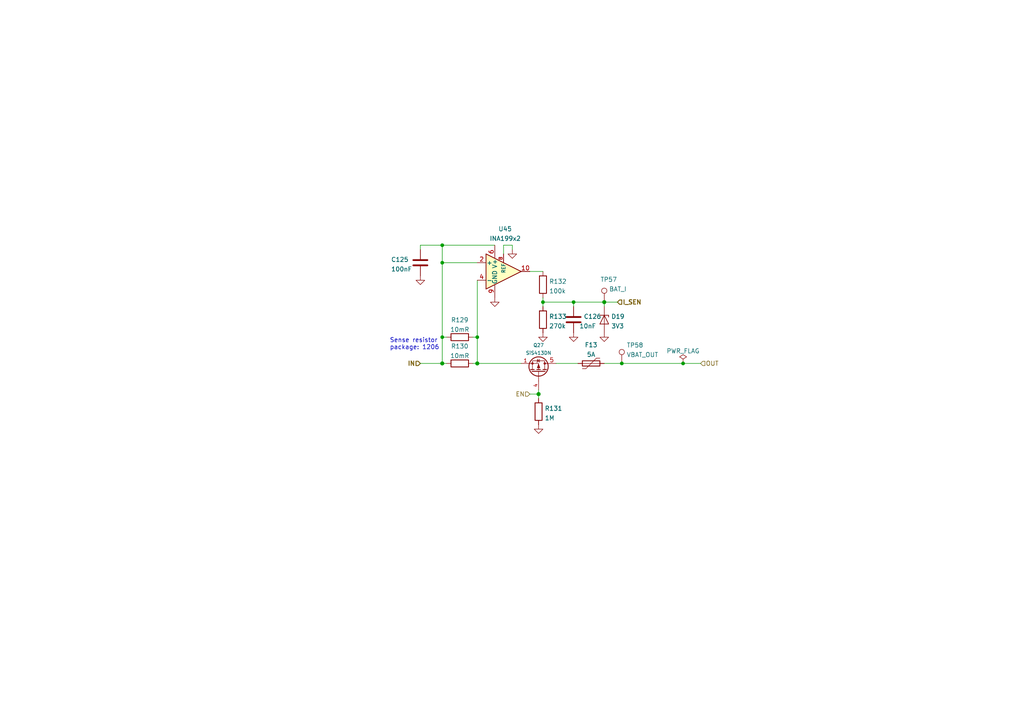
<source format=kicad_sch>
(kicad_sch (version 20210621) (generator eeschema)
  (paper "A4")
  (title_block (title "BUTCube - EPS") (date "2021-06-01") (rev "v1.0") (company "VUT - FIT(STRaDe) & FME(IAE & IPE)") (comment 1 "Author: Petr Malaník"))
  (lib_symbols
    (symbol "Connector:TestPoint" (pin_numbers hide) (pin_names (offset 0.762) hide)
      (property "Reference" "TP" (at 0 6.858 0))
      (property "Value" "TestPoint" (at 0 5.08 0))
      (symbol "TestPoint_0_1"
        (circle (center 0 3.302) (radius 0.762))
      )
      (symbol "TestPoint_1_1"
        (pin passive line (at 0 0 90) (length 2.54) (name "1") (number "1"))
      )
    )
    (symbol "Device:C" (pin_numbers hide) (pin_names (offset 0.254))
      (property "Reference" "C" (at 0.635 2.54 0))
      (property "Value" "C" (at 0.635 -2.54 0))
      (symbol "C_0_1"
        (polyline (pts (xy -2.032 -0.762) (xy 2.032 -0.762)) (stroke (width 0.508)))
        (polyline (pts (xy -2.032 0.762) (xy 2.032 0.762)) (stroke (width 0.508)))
      )
      (symbol "C_1_1"
        (pin passive line (at 0 3.81 270) (length 2.794) (name "~") (number "1"))
        (pin passive line (at 0 -3.81 90) (length 2.794) (name "~") (number "2"))
      )
    )
    (symbol "Device:D_Zener" (pin_numbers hide) (pin_names (offset 1.016) hide)
      (property "Reference" "D" (at 0 2.54 0))
      (property "Value" "D_Zener" (at 0 -2.54 0))
      (symbol "D_Zener_0_1"
        (polyline (pts (xy 1.27 0) (xy -1.27 0)))
        (polyline (pts (xy -1.27 -1.27) (xy -1.27 1.27) (xy -0.762 1.27)) (stroke (width 0.2032)))
        (polyline (pts (xy 1.27 -1.27) (xy 1.27 1.27) (xy -1.27 0) (xy 1.27 -1.27)) (stroke (width 0.2032)))
      )
      (symbol "D_Zener_1_1"
        (pin passive line (at -3.81 0 0) (length 2.54) (name "K") (number "1"))
        (pin passive line (at 3.81 0 180) (length 2.54) (name "A") (number "2"))
      )
    )
    (symbol "Device:Polyfuse" (pin_numbers hide) (pin_names (offset 0))
      (property "Reference" "F" (at -2.54 0 90))
      (property "Value" "Polyfuse" (at 2.54 0 90))
      (symbol "Polyfuse_0_1"
        (rectangle (start -0.762 2.54) (end 0.762 -2.54) (stroke (width 0.254)))
        (polyline (pts (xy 0 2.54) (xy 0 -2.54)))
        (polyline (pts (xy -1.524 2.54) (xy -1.524 1.524) (xy 1.524 -1.524) (xy 1.524 -2.54)))
      )
      (symbol "Polyfuse_1_1"
        (pin passive line (at 0 3.81 270) (length 1.27) (name "~") (number "1"))
        (pin passive line (at 0 -3.81 90) (length 1.27) (name "~") (number "2"))
      )
    )
    (symbol "Device:R" (pin_numbers hide) (pin_names (offset 0))
      (property "Reference" "R" (at 2.032 0 90))
      (property "Value" "R" (at 0 0 90))
      (symbol "R_0_1"
        (rectangle (start -1.016 -2.54) (end 1.016 2.54) (stroke (width 0.254)))
      )
      (symbol "R_1_1"
        (pin passive line (at 0 3.81 270) (length 1.27) (name "~") (number "1"))
        (pin passive line (at 0 -3.81 90) (length 1.27) (name "~") (number "2"))
      )
    )
    (symbol "TCY_power_management:INA199" (pin_names (offset 0.127))
      (property "Reference" "U" (at 3.81 3.81 0))
      (property "Value" "INA199" (at 3.81 -3.81 0))
      (symbol "INA199_0_1"
        (polyline (pts (xy 5.08 0) (xy -5.08 5.08) (xy -5.08 -5.08) (xy 5.08 0)) (stroke (width 0.254)) (fill (type background)))
      )
      (symbol "INA199_1_1"
        (pin output line (at 7.62 0 180) (length 2.54) (name "~") (number "10"))
        (pin input line (at -7.62 2.54 0) (length 2.54) (name "+") (number "2"))
        (pin input line (at -7.62 2.54 0) (length 2.54) hide (name "+") (number "3"))
        (pin input line (at -7.62 -2.54 0) (length 2.54) (name "-") (number "4"))
        (pin input line (at -7.62 -2.54 0) (length 2.54) hide (name "-") (number "5"))
        (pin power_in line (at -2.54 7.62 270) (length 3.81) (name "V+") (number "6"))
        (pin input line (at 0 5.08 270) (length 2.54) (name "REF") (number "8"))
        (pin power_in line (at -2.54 -7.62 90) (length 3.81) (name "GND") (number "9"))
      )
    )
    (symbol "TCY_transistors:SiS413DN" (pin_names hide)
      (property "Reference" "Q" (at 8.89 2.54 0))
      (property "Value" "SiS413DN" (at 8.89 0 0))
      (symbol "SiS413DN_0_1"
        (circle (center -0.889 0) (radius 2.794) (stroke (width 0.254)))
        (circle (center 0 -1.778) (radius 0.254) (fill (type outline)))
        (circle (center 0 1.778) (radius 0.254) (fill (type outline)))
        (polyline (pts (xy -2.286 0) (xy -5.08 0)))
        (polyline (pts (xy -2.286 1.905) (xy -2.286 -1.905)) (stroke (width 0.254)))
        (polyline (pts (xy -1.778 -1.27) (xy -1.778 -2.286)) (stroke (width 0.254)))
        (polyline (pts (xy -1.778 0.508) (xy -1.778 -0.508)) (stroke (width 0.254)))
        (polyline (pts (xy -1.778 2.286) (xy -1.778 1.27)) (stroke (width 0.254)))
        (polyline (pts (xy 0 2.54) (xy 0 1.778)))
        (polyline (pts (xy 0 -2.54) (xy 0 0) (xy -1.778 0)))
        (polyline (pts (xy -1.778 1.778) (xy 0.762 1.778) (xy 0.762 -1.778) (xy -1.778 -1.778)))
        (polyline (pts (xy 0.254 -0.508) (xy 0.381 -0.381) (xy 1.143 -0.381) (xy 1.27 -0.254)))
        (polyline (pts (xy 0.762 -0.381) (xy 0.381 0.254) (xy 1.143 0.254) (xy 0.762 -0.381)))
        (polyline (pts (xy -0.254 0) (xy -1.27 0.381) (xy -1.27 -0.381) (xy -0.254 0)) (fill (type outline)))
      )
      (symbol "SiS413DN_1_1"
        (pin passive line (at 0 -5.08 90) (length 2.54) (name "S") (number "1"))
        (pin passive line (at 0 -5.08 90) (length 2.54) hide (name "S") (number "2"))
        (pin passive line (at 0 -5.08 90) (length 2.54) hide (name "S") (number "3"))
        (pin passive line (at -7.62 0 0) (length 2.54) (name "G") (number "4"))
        (pin passive line (at 0 5.08 270) (length 2.54) (name "D") (number "5"))
      )
    )
    (symbol "power:GND" (power) (pin_names (offset 0))
      (property "Value" "GND" (at 0 -3.81 0))
      (symbol "GND_0_1"
        (polyline (pts (xy 0 0) (xy 0 -1.27) (xy 1.27 -1.27) (xy 0 -2.54) (xy -1.27 -1.27) (xy 0 -1.27)))
      )
      (symbol "GND_1_1"
        (pin power_in line (at 0 0 270) (length 0) hide (name "GND") (number "1"))
      )
    )
    (symbol "power:PWR_FLAG" (power) (pin_numbers hide) (pin_names (offset 0) hide)
      (property "Value" "PWR_FLAG" (at 0 3.81 0))
      (symbol "PWR_FLAG_0_0"
        (pin power_out line (at 0 0 90) (length 0) (name "pwr") (number "1"))
      )
      (symbol "PWR_FLAG_0_1"
        (polyline (pts (xy 0 0) (xy 0 1.27) (xy -1.016 1.905) (xy 0 2.54) (xy 1.016 1.905) (xy 0 1.27)))
      )
    )
  )
  (junction (at 128.27 71.12) (diameter 0.9144))
  (junction (at 128.27 76.2) (diameter 0.9144))
  (junction (at 128.27 97.79) (diameter 0.9144))
  (junction (at 128.27 105.41) (diameter 1.016))
  (junction (at 138.43 97.79) (diameter 0.9144))
  (junction (at 138.43 105.41) (diameter 1.016))
  (junction (at 156.21 114.3) (diameter 1.016))
  (junction (at 157.48 87.63) (diameter 0.9144))
  (junction (at 166.37 87.63) (diameter 0.9144))
  (junction (at 175.26 87.63) (diameter 1.016))
  (junction (at 180.34 105.41) (diameter 0.9144))
  (junction (at 198.12 105.41) (diameter 0.9144))
  (wire (pts (xy 121.92 71.12) (xy 121.92 72.39)))
  (wire (pts (xy 121.92 71.12) (xy 128.27 71.12)))
  (wire (pts (xy 121.92 105.41) (xy 128.27 105.41)))
  (wire (pts (xy 128.27 71.12) (xy 128.27 76.2)))
  (wire (pts (xy 128.27 71.12) (xy 143.51 71.12)))
  (wire (pts (xy 128.27 76.2) (xy 128.27 97.79)))
  (wire (pts (xy 128.27 76.2) (xy 138.43 76.2)))
  (wire (pts (xy 128.27 97.79) (xy 128.27 105.41)))
  (wire (pts (xy 128.27 97.79) (xy 129.54 97.79)))
  (wire (pts (xy 128.27 105.41) (xy 129.54 105.41)))
  (wire (pts (xy 137.16 97.79) (xy 138.43 97.79)))
  (wire (pts (xy 137.16 105.41) (xy 138.43 105.41)))
  (wire (pts (xy 138.43 81.28) (xy 138.43 97.79)))
  (wire (pts (xy 138.43 97.79) (xy 138.43 105.41)))
  (wire (pts (xy 138.43 105.41) (xy 151.13 105.41)))
  (wire (pts (xy 146.05 71.12) (xy 146.05 73.66)))
  (wire (pts (xy 148.59 71.12) (xy 146.05 71.12)))
  (wire (pts (xy 148.59 72.39) (xy 148.59 71.12)))
  (wire (pts (xy 153.67 78.74) (xy 157.48 78.74)))
  (wire (pts (xy 153.67 114.3) (xy 156.21 114.3)))
  (wire (pts (xy 156.21 114.3) (xy 156.21 113.03)))
  (wire (pts (xy 156.21 114.3) (xy 156.21 115.57)))
  (wire (pts (xy 157.48 86.36) (xy 157.48 87.63)))
  (wire (pts (xy 157.48 87.63) (xy 157.48 88.9)))
  (wire (pts (xy 157.48 87.63) (xy 166.37 87.63)))
  (wire (pts (xy 161.29 105.41) (xy 167.64 105.41)))
  (wire (pts (xy 166.37 87.63) (xy 166.37 88.9)))
  (wire (pts (xy 166.37 87.63) (xy 175.26 87.63)))
  (wire (pts (xy 175.26 87.63) (xy 179.07 87.63)))
  (wire (pts (xy 175.26 88.9) (xy 175.26 87.63)))
  (wire (pts (xy 175.26 105.41) (xy 180.34 105.41)))
  (wire (pts (xy 180.34 105.41) (xy 198.12 105.41)))
  (wire (pts (xy 198.12 105.41) (xy 203.2 105.41)))
  (text "Sense resistor \npackage: 1206" (at 113.03 101.6 0) (effects (font (size 1.27 1.27)) (justify left bottom)))
  (hierarchical_label "IN" (shape input) (at 121.92 105.41 180) (effects (font (thickness 0.254))))
  (hierarchical_label "EN" (shape input) (at 153.67 114.3 180))
  (hierarchical_label "I_SEN" (shape input) (at 179.07 87.63 0) (effects (font (thickness 0.254))))
  (hierarchical_label "OUT" (shape input) (at 203.2 105.41 0))
  (symbol (lib_id "power:PWR_FLAG") (at 198.12 105.41 0)
    (property "Reference" "#FLG032" (effects hide))
    (property "Value" "PWR_FLAG" (at 198.12 101.8054 0))
  )
  (symbol (lib_id "Connector:TestPoint") (at 175.26 87.63 0)
    (property "Reference" "TP57" (at 174.1171 81.07 0) (effects (justify left)))
    (property "Value" "BAT_I" (at 176.6571 83.8451 0) (effects (justify left)))
    (property "Footprint" "TCY_connectors:TestPoint_Pad_D0.5mm" (effects hide))
  )
  (symbol (lib_id "Connector:TestPoint") (at 180.34 105.41 0)
    (property "Reference" "TP58" (at 181.7371 100.12 0) (effects (justify left)))
    (property "Value" "VBAT_OUT" (at 181.7371 102.8951 0) (effects (justify left)))
    (property "Footprint" "TCY_connectors:TestPoint_Pad_D0.5mm" (effects hide))
  )
  (symbol (lib_id "power:GND") (at 121.92 80.01 0)
    (property "Reference" "#PWR0274" (effects hide))
    (property "Value" "GND" (effects hide))
  )
  (symbol (lib_id "power:GND") (at 143.51 86.36 0)
    (property "Reference" "#PWR0275" (effects hide))
    (property "Value" "GND" (effects hide))
  )
  (symbol (lib_id "power:GND") (at 148.59 72.39 0)
    (property "Reference" "#PWR0276" (effects hide))
    (property "Value" "GND" (effects hide))
  )
  (symbol (lib_id "power:GND") (at 156.21 123.19 0)
    (property "Reference" "#PWR0277" (effects hide))
    (property "Value" "GND" (effects hide))
  )
  (symbol (lib_id "power:GND") (at 157.48 96.52 0)
    (property "Reference" "#PWR0278" (effects hide))
    (property "Value" "GND" (effects hide))
  )
  (symbol (lib_id "power:GND") (at 166.37 96.52 0)
    (property "Reference" "#PWR0279" (effects hide))
    (property "Value" "GND" (effects hide))
  )
  (symbol (lib_id "power:GND") (at 175.26 96.52 0)
    (property "Reference" "#PWR0280" (effects hide))
    (property "Value" "GND" (effects hide))
  )
  (symbol (lib_id "Device:R") (at 133.35 97.79 90)
    (property "Reference" "R129" (at 133.35 92.8074 90))
    (property "Value" "10mR" (at 133.35 95.5825 90))
    (property "Footprint" "Resistor_SMD:R_2010_5025Metric" (effects hide))
  )
  (symbol (lib_id "Device:R") (at 133.35 105.41 90)
    (property "Reference" "R130" (at 133.35 100.4274 90))
    (property "Value" "10mR" (at 133.35 103.2025 90))
    (property "Footprint" "Resistor_SMD:R_2010_5025Metric" (effects hide))
  )
  (symbol (lib_id "Device:R") (at 156.21 119.38 0)
    (property "Reference" "R131" (at 157.9881 118.4715 0) (effects (justify left)))
    (property "Value" "1M" (at 157.9881 121.2466 0) (effects (justify left)))
    (property "Footprint" "TCY_passives:R_0603_1608Metric" (effects hide))
  )
  (symbol (lib_id "Device:R") (at 157.48 82.55 180)
    (property "Reference" "R132" (at 159.2581 81.6415 0) (effects (justify right)))
    (property "Value" "100k" (at 159.2581 84.4166 0) (effects (justify right)))
    (property "Footprint" "TCY_passives:R_0603_1608Metric" (effects hide))
  )
  (symbol (lib_id "Device:R") (at 157.48 92.71 180)
    (property "Reference" "R133" (at 159.2581 91.8015 0) (effects (justify right)))
    (property "Value" "270k" (at 159.2581 94.5766 0) (effects (justify right)))
    (property "Footprint" "TCY_passives:R_0603_1608Metric" (effects hide))
  )
  (symbol (lib_id "Device:D_Zener") (at 175.26 92.71 270)
    (property "Reference" "D19" (at 177.2667 91.8015 90) (effects (justify left)))
    (property "Value" "3V3" (at 177.2667 94.5766 90) (effects (justify left)))
    (property "Footprint" "Diode_SMD:D_SOD-323F" (effects hide))
  )
  (symbol (lib_id "Device:Polyfuse") (at 171.45 105.41 90)
    (property "Reference" "F13" (at 171.45 100.0464 90))
    (property "Value" "5A" (at 171.45 102.8215 90))
    (property "Footprint" "Fuse:Fuse_1210_3225Metric" (effects hide))
  )
  (symbol (lib_id "Device:C") (at 121.92 76.2 0)
    (property "Reference" "C125" (at 113.4111 75.2915 0) (effects (justify left)))
    (property "Value" "100nF" (at 113.4111 78.0666 0) (effects (justify left)))
    (property "Footprint" "TCY_passives:C_0603_1608Metric" (effects hide))
  )
  (symbol (lib_id "Device:C") (at 166.37 92.71 0)
    (property "Reference" "C126" (at 169.2911 91.8015 0) (effects (justify left)))
    (property "Value" "10nF" (at 168.0211 94.5766 0) (effects (justify left)))
    (property "Footprint" "TCY_passives:C_0603_1608Metric" (effects hide))
  )
  (symbol (lib_id "TCY_transistors:SiS413DN") (at 156.21 105.41 270) (mirror x)
    (property "Reference" "Q27" (at 156.21 100.1388 90) (effects (font (size 1 1))))
    (property "Value" "SiS413DN" (at 156.21 102.3778 90) (effects (font (size 1 1))))
    (property "Footprint" "Package_SO:Vishay_PowerPAK_1212-8_Single" (effects hide))
    (property "Datasheet" "https://www.vishay.com/docs/63262/sis413dn.pdf" (effects hide))
  )
  (symbol (lib_id "TCY_power_management:INA199") (at 146.05 78.74 0)
    (property "Reference" "U45" (at 144.5261 66.4015 0) (effects (justify left)))
    (property "Value" "INA199x2" (at 141.9861 69.1766 0) (effects (justify left)))
    (property "Footprint" "Package_DFN_QFN:UQFN-10_1.4x1.8mm_P0.4mm" (effects hide))
    (property "Datasheet" "https://www.ti.com/lit/ds/symlink/ina199.pdf" (effects hide))
  )
)
</source>
